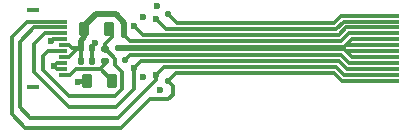
<source format=gbr>
%TF.GenerationSoftware,KiCad,Pcbnew,8.0.4*%
%TF.CreationDate,2024-07-27T12:21:03+02:00*%
%TF.ProjectId,PA3194G822_R04,50413331-3934-4473-9832-325f5230342e,4*%
%TF.SameCoordinates,Original*%
%TF.FileFunction,Copper,L1,Top*%
%TF.FilePolarity,Positive*%
%FSLAX46Y46*%
G04 Gerber Fmt 4.6, Leading zero omitted, Abs format (unit mm)*
G04 Created by KiCad (PCBNEW 8.0.4) date 2024-07-27 12:21:03*
%MOMM*%
%LPD*%
G01*
G04 APERTURE LIST*
G04 Aperture macros list*
%AMRoundRect*
0 Rectangle with rounded corners*
0 $1 Rounding radius*
0 $2 $3 $4 $5 $6 $7 $8 $9 X,Y pos of 4 corners*
0 Add a 4 corners polygon primitive as box body*
4,1,4,$2,$3,$4,$5,$6,$7,$8,$9,$2,$3,0*
0 Add four circle primitives for the rounded corners*
1,1,$1+$1,$2,$3*
1,1,$1+$1,$4,$5*
1,1,$1+$1,$6,$7*
1,1,$1+$1,$8,$9*
0 Add four rect primitives between the rounded corners*
20,1,$1+$1,$2,$3,$4,$5,0*
20,1,$1+$1,$4,$5,$6,$7,0*
20,1,$1+$1,$6,$7,$8,$9,0*
20,1,$1+$1,$8,$9,$2,$3,0*%
G04 Aperture macros list end*
%TA.AperFunction,SMDPad,CuDef*%
%ADD10RoundRect,0.140000X-0.140000X-0.170000X0.140000X-0.170000X0.140000X0.170000X-0.140000X0.170000X0*%
%TD*%
%TA.AperFunction,SMDPad,CuDef*%
%ADD11RoundRect,0.140000X0.170000X-0.140000X0.170000X0.140000X-0.170000X0.140000X-0.170000X-0.140000X0*%
%TD*%
%TA.AperFunction,SMDPad,CuDef*%
%ADD12RoundRect,0.218750X-0.218750X-0.381250X0.218750X-0.381250X0.218750X0.381250X-0.218750X0.381250X0*%
%TD*%
%TA.AperFunction,SMDPad,CuDef*%
%ADD13R,0.800000X0.300000*%
%TD*%
%TA.AperFunction,SMDPad,CuDef*%
%ADD14R,1.000000X0.400000*%
%TD*%
%TA.AperFunction,SMDPad,CuDef*%
%ADD15RoundRect,0.218750X0.218750X0.381250X-0.218750X0.381250X-0.218750X-0.381250X0.218750X-0.381250X0*%
%TD*%
%TA.AperFunction,SMDPad,CuDef*%
%ADD16R,3.000000X0.300000*%
%TD*%
%TA.AperFunction,ViaPad*%
%ADD17C,0.600000*%
%TD*%
%TA.AperFunction,ViaPad*%
%ADD18C,0.550000*%
%TD*%
%TA.AperFunction,Conductor*%
%ADD19C,0.300000*%
%TD*%
%TA.AperFunction,Conductor*%
%ADD20C,0.500000*%
%TD*%
G04 APERTURE END LIST*
D10*
%TO.P,C2,1*%
%TO.N,/VDD*%
X117785000Y-101100000D03*
%TO.P,C2,2*%
%TO.N,GND*%
X118745000Y-101100000D03*
%TD*%
D11*
%TO.P,C1,1*%
%TO.N,/VSSA*%
X119840000Y-101055000D03*
%TO.P,C1,2*%
%TO.N,/VDDA*%
X119840000Y-100095000D03*
%TD*%
D12*
%TO.P,FB1,1*%
%TO.N,/VDD*%
X118077500Y-98375000D03*
%TO.P,FB1,2*%
%TO.N,/VDDA*%
X120202500Y-98375000D03*
%TD*%
D13*
%TO.P,J1,1,Pin_1*%
%TO.N,/SPI_CLK*%
X116265000Y-97750000D03*
%TO.P,J1,2,Pin_2*%
%TO.N,/SPI_SDI*%
X116265000Y-98250000D03*
%TO.P,J1,3,Pin_3*%
%TO.N,/SPI_CS*%
X116265000Y-98750000D03*
%TO.P,J1,4,Pin_4*%
%TO.N,GND*%
X116265000Y-99250000D03*
%TO.P,J1,5,Pin_5*%
%TO.N,/VDD*%
X116265000Y-99750000D03*
%TO.P,J1,6,Pin_6*%
%TO.N,/VDDA*%
X116265000Y-100250000D03*
%TO.P,J1,7,Pin_7*%
%TO.N,/VDD*%
X116265000Y-100750000D03*
%TO.P,J1,8,Pin_8*%
%TO.N,GND*%
X116265000Y-101250000D03*
%TO.P,J1,9,Pin_9*%
X116265000Y-101750000D03*
%TO.P,J1,10,Pin_10*%
%TO.N,/VSSA*%
X116265000Y-102250000D03*
D14*
%TO.P,J1,MP*%
%TO.N,N/C*%
X113765000Y-96750000D03*
X113765000Y-103250000D03*
%TD*%
D15*
%TO.P,FB2,1*%
%TO.N,/VSSA*%
X120427500Y-102750000D03*
%TO.P,FB2,2*%
%TO.N,GND*%
X118302500Y-102750000D03*
%TD*%
D16*
%TO.P,J2,1,Pin_1*%
%TO.N,/SPI_CLK*%
X143300000Y-102750000D03*
%TO.P,J2,2,Pin_2*%
%TO.N,/SPI_SDI*%
X143300000Y-102250000D03*
%TO.P,J2,3,Pin_3*%
%TO.N,/SPI_CS*%
X143300000Y-101750000D03*
%TO.P,J2,4,Pin_4*%
%TO.N,/VDD*%
X143300000Y-101250000D03*
%TO.P,J2,5,Pin_5*%
%TO.N,GND*%
X143300000Y-100750000D03*
%TO.P,J2,6,Pin_6*%
X143300000Y-100250000D03*
%TO.P,J2,7,Pin_7*%
X143300000Y-99750000D03*
%TO.P,J2,8,Pin_8*%
X143300000Y-99250000D03*
%TO.P,J2,9,Pin_9*%
%TO.N,/VDD*%
X143300000Y-98750000D03*
%TO.P,J2,10,Pin_10*%
%TO.N,/SPI_CS*%
X143300000Y-98250000D03*
%TO.P,J2,11,Pin_11*%
%TO.N,/SPI_SDI*%
X143300000Y-97750000D03*
%TO.P,J2,12,Pin_12*%
%TO.N,/SPI_CLK*%
X143300000Y-97250000D03*
%TD*%
D10*
%TO.P,C3,1*%
%TO.N,/VDD*%
X117785000Y-100000000D03*
%TO.P,C3,2*%
%TO.N,GND*%
X118745000Y-100000000D03*
%TD*%
D17*
%TO.N,GND*%
X119015000Y-99580000D03*
X123060000Y-97340000D03*
X115290000Y-99420000D03*
D18*
X121520000Y-100000000D03*
D17*
X123080000Y-102480000D03*
X124250000Y-96440000D03*
X117580000Y-102890000D03*
D18*
X120910000Y-100000000D03*
D17*
X115560000Y-101490000D03*
X124540000Y-103570000D03*
D18*
%TO.N,/VDD*%
X121475000Y-98875000D03*
X121540000Y-100980000D03*
D17*
%TO.N,/SPI_CS*%
X122300000Y-98150000D03*
X122275000Y-101700000D03*
%TO.N,/SPI_SDI*%
X124150000Y-97575000D03*
X124175000Y-102250000D03*
D18*
%TO.N,/SPI_CLK*%
X125180000Y-97120000D03*
X125180000Y-102790000D03*
%TD*%
D19*
%TO.N,/VDDA*%
X120700000Y-101430000D02*
X120700000Y-100880000D01*
X120427500Y-99067500D02*
X120427500Y-98530000D01*
X119840000Y-100225000D02*
X119840000Y-99655000D01*
X116265000Y-100250000D02*
X115020000Y-100250000D01*
X121315000Y-103455000D02*
X121315000Y-102045000D01*
X116835000Y-104055000D02*
X120715000Y-104055000D01*
X119915000Y-100095000D02*
X119840000Y-100095000D01*
X119840000Y-99655000D02*
X120427500Y-99067500D01*
X121315000Y-102045000D02*
X120700000Y-101430000D01*
X120715000Y-104055000D02*
X121315000Y-103455000D01*
X114600000Y-101820000D02*
X116835000Y-104055000D01*
X120700000Y-100880000D02*
X119915000Y-100095000D01*
X115020000Y-100250000D02*
X114600000Y-100670000D01*
X114600000Y-100670000D02*
X114600000Y-101820000D01*
%TO.N,/VSSA*%
X119840000Y-101367500D02*
X119483750Y-101723750D01*
X119407500Y-101800000D02*
X119483750Y-101723750D01*
X116265000Y-102250000D02*
X116910000Y-102250000D01*
X117360000Y-101800000D02*
X119407500Y-101800000D01*
X116910000Y-102250000D02*
X117360000Y-101800000D01*
X119407500Y-101800000D02*
X119477500Y-101800000D01*
X119477500Y-101800000D02*
X120427500Y-102750000D01*
X119840000Y-101185000D02*
X119840000Y-101367500D01*
%TO.N,GND*%
X117595000Y-102905000D02*
X117580000Y-102890000D01*
X118745000Y-99850000D02*
X119015000Y-99580000D01*
X116265000Y-101750000D02*
X115820000Y-101750000D01*
X116265000Y-99250000D02*
X115460000Y-99250000D01*
X139975000Y-100000000D02*
X140725000Y-99250000D01*
D20*
X121520000Y-100000000D02*
X139975000Y-100000000D01*
X121520000Y-100000000D02*
X120910000Y-100000000D01*
D19*
X140725000Y-100750000D02*
X140075000Y-100100000D01*
X116265000Y-101250000D02*
X115800000Y-101250000D01*
X118745000Y-99960000D02*
X118745000Y-100180000D01*
X143300000Y-100750000D02*
X140725000Y-100750000D01*
X118077500Y-103067500D02*
X118077500Y-102905000D01*
X118745000Y-99960000D02*
X118745000Y-99850000D01*
X115800000Y-101250000D02*
X115560000Y-101490000D01*
X115820000Y-101750000D02*
X115560000Y-101490000D01*
X117690000Y-102905000D02*
X117595000Y-102905000D01*
X143300000Y-100250000D02*
X140225000Y-100250000D01*
X143300000Y-99750000D02*
X140225000Y-99750000D01*
X140225000Y-100250000D02*
X139975000Y-100000000D01*
X118302500Y-102750000D02*
X117720000Y-102750000D01*
X117690000Y-102905000D02*
X118077500Y-102905000D01*
X140725000Y-99250000D02*
X143300000Y-99250000D01*
X117720000Y-102750000D02*
X117580000Y-102890000D01*
X140225000Y-100250000D02*
X140075000Y-100100000D01*
X140225000Y-99750000D02*
X139975000Y-100000000D01*
X140075000Y-100100000D02*
X139975000Y-100000000D01*
X118745000Y-100000000D02*
X118745000Y-101100000D01*
X115460000Y-99250000D02*
X115290000Y-99420000D01*
%TO.N,/VDD*%
X116820000Y-100750000D02*
X117570000Y-100000000D01*
X143300000Y-101250000D02*
X140500000Y-101250000D01*
X143300000Y-98750000D02*
X140500000Y-98750000D01*
D20*
X117785000Y-100000000D02*
X117785000Y-99355000D01*
X119090000Y-97130000D02*
X118077500Y-98142500D01*
D19*
X121920000Y-100600000D02*
X121540000Y-100980000D01*
D20*
X120760000Y-97130000D02*
X119090000Y-97130000D01*
X120760000Y-97130000D02*
X121475000Y-97845000D01*
D19*
X140500000Y-98750000D02*
X139850000Y-99400000D01*
X116265000Y-100750000D02*
X116820000Y-100750000D01*
D20*
X118077500Y-99062500D02*
X118077500Y-98375000D01*
D19*
X139850000Y-99400000D02*
X122000000Y-99400000D01*
X140500000Y-101250000D02*
X139850000Y-100600000D01*
D20*
X121475000Y-97845000D02*
X121475000Y-98875000D01*
D19*
X116265000Y-99750000D02*
X116820000Y-99750000D01*
D20*
X117785000Y-99355000D02*
X118077500Y-99062500D01*
D19*
X117570000Y-100000000D02*
X117785000Y-100000000D01*
X116820000Y-99750000D02*
X117070000Y-100000000D01*
X122000000Y-99400000D02*
X121475000Y-98875000D01*
X117785000Y-101280000D02*
X117785000Y-100180000D01*
X117070000Y-100000000D02*
X117570000Y-100000000D01*
X139850000Y-100600000D02*
X121920000Y-100600000D01*
D20*
X118077500Y-98142500D02*
X118077500Y-98375000D01*
D19*
%TO.N,/SPI_CS*%
X140292894Y-101750000D02*
X139642894Y-101100000D01*
X143300000Y-98250000D02*
X140275000Y-98250000D01*
X123050000Y-98900000D02*
X139625000Y-98900000D01*
X123050000Y-98900000D02*
X122300000Y-98150000D01*
X122875000Y-101100000D02*
X122275000Y-101700000D01*
X114740000Y-98750000D02*
X113820000Y-99670000D01*
X122275000Y-103460000D02*
X122275000Y-101700000D01*
X113820000Y-102010000D02*
X116775000Y-104965000D01*
X113820000Y-99670000D02*
X113820000Y-102010000D01*
X120770000Y-104965000D02*
X122275000Y-103460000D01*
X123850000Y-101100000D02*
X122875000Y-101100000D01*
X139642894Y-101100000D02*
X123850000Y-101100000D01*
X140275000Y-98250000D02*
X139625000Y-98900000D01*
X116775000Y-104965000D02*
X120770000Y-104965000D01*
X116265000Y-98750000D02*
X114740000Y-98750000D01*
X143300000Y-101750000D02*
X140292894Y-101750000D01*
%TO.N,/SPI_SDI*%
X139400000Y-98400000D02*
X140050000Y-97750000D01*
X124825000Y-101600000D02*
X124175000Y-102250000D01*
X113840000Y-98250000D02*
X116265000Y-98250000D01*
X139400000Y-98400000D02*
X124975000Y-98400000D01*
X112650000Y-105025000D02*
X112650000Y-99440000D01*
X112650000Y-99440000D02*
X113840000Y-98250000D01*
X113515000Y-105890000D02*
X112650000Y-105025000D01*
X124175000Y-102675000D02*
X120960000Y-105890000D01*
X124175000Y-102250000D02*
X124175000Y-102675000D01*
X140075000Y-102250000D02*
X139425000Y-101600000D01*
X140050000Y-97750000D02*
X143300000Y-97750000D01*
X143300000Y-102250000D02*
X140075000Y-102250000D01*
X124825000Y-101600000D02*
X139425000Y-101600000D01*
X124150000Y-97575000D02*
X124975000Y-98400000D01*
X120960000Y-105890000D02*
X113515000Y-105890000D01*
%TO.N,/SPI_CLK*%
X143300000Y-102750000D02*
X139867894Y-102750000D01*
X125870000Y-102100000D02*
X125180000Y-102790000D01*
X111930000Y-99080000D02*
X113260000Y-97750000D01*
X139217894Y-102100000D02*
X125870000Y-102100000D01*
X139192894Y-97900000D02*
X125960000Y-97900000D01*
X121195000Y-106765000D02*
X113090000Y-106765000D01*
X139842894Y-97250000D02*
X139192894Y-97900000D01*
X123640000Y-104320000D02*
X121195000Y-106765000D01*
X143300000Y-97250000D02*
X139842894Y-97250000D01*
X125180000Y-102790000D02*
X125590000Y-103200000D01*
X111930000Y-105605000D02*
X111930000Y-99080000D01*
X125960000Y-97900000D02*
X125180000Y-97120000D01*
X139867894Y-102750000D02*
X139217894Y-102100000D01*
X125210000Y-104320000D02*
X123640000Y-104320000D01*
X113260000Y-97750000D02*
X116265000Y-97750000D01*
X125590000Y-103200000D02*
X125590000Y-103940000D01*
X125590000Y-103940000D02*
X125210000Y-104320000D01*
X113090000Y-106765000D02*
X111930000Y-105605000D01*
%TD*%
M02*

</source>
